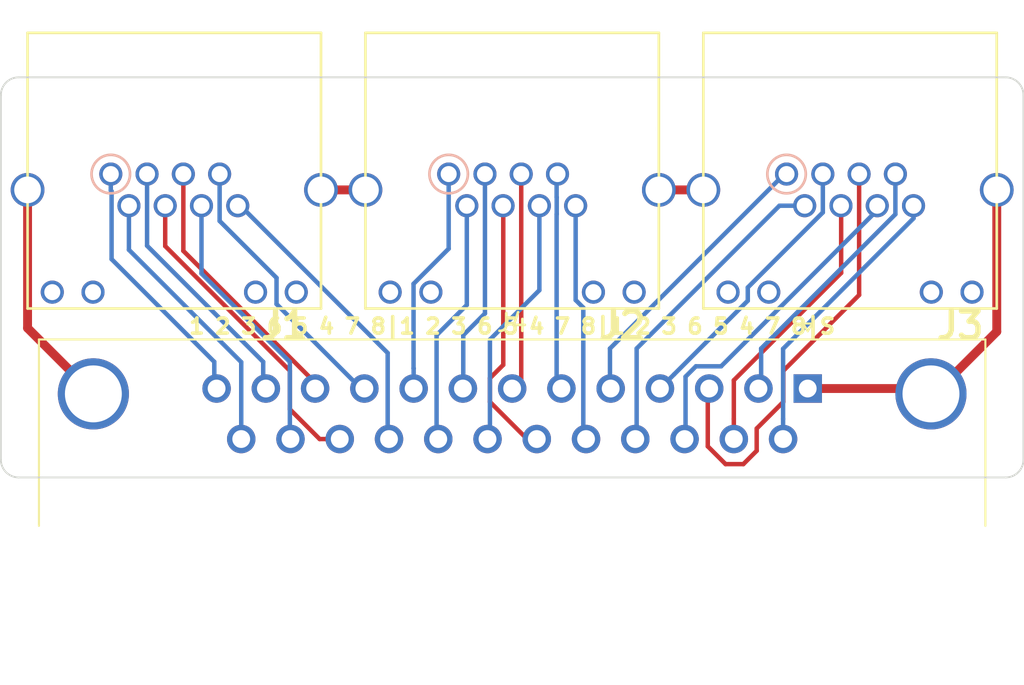
<source format=kicad_pcb>
(kicad_pcb (version 20171130) (host pcbnew "(5.1.4-0-10_14)")

  (general
    (thickness 1.6)
    (drawings 9)
    (tracks 121)
    (zones 0)
    (modules 4)
    (nets 26)
  )

  (page A4)
  (layers
    (0 F.Cu signal)
    (31 B.Cu signal)
    (32 B.Adhes user)
    (33 F.Adhes user)
    (34 B.Paste user)
    (35 F.Paste user)
    (36 B.SilkS user)
    (37 F.SilkS user)
    (38 B.Mask user)
    (39 F.Mask user)
    (40 Dwgs.User user)
    (41 Cmts.User user)
    (42 Eco1.User user)
    (43 Eco2.User user)
    (44 Edge.Cuts user)
    (45 Margin user)
    (46 B.CrtYd user)
    (47 F.CrtYd user)
    (48 B.Fab user)
    (49 F.Fab user)
  )

  (setup
    (last_trace_width 0.25)
    (trace_clearance 0.2)
    (zone_clearance 0.508)
    (zone_45_only no)
    (trace_min 0.2)
    (via_size 0.8)
    (via_drill 0.4)
    (via_min_size 0.4)
    (via_min_drill 0.3)
    (uvia_size 0.3)
    (uvia_drill 0.1)
    (uvias_allowed no)
    (uvia_min_size 0.2)
    (uvia_min_drill 0.1)
    (edge_width 0.1)
    (segment_width 0.2)
    (pcb_text_width 0.3)
    (pcb_text_size 1.5 1.5)
    (mod_edge_width 0.15)
    (mod_text_size 1 1)
    (mod_text_width 0.15)
    (pad_size 1.524 1.524)
    (pad_drill 0.762)
    (pad_to_mask_clearance 0)
    (aux_axis_origin 0 0)
    (visible_elements FFFFFF7F)
    (pcbplotparams
      (layerselection 0x010fc_ffffffff)
      (usegerberextensions false)
      (usegerberattributes false)
      (usegerberadvancedattributes false)
      (creategerberjobfile false)
      (excludeedgelayer true)
      (linewidth 0.100000)
      (plotframeref false)
      (viasonmask false)
      (mode 1)
      (useauxorigin false)
      (hpglpennumber 1)
      (hpglpenspeed 20)
      (hpglpendiameter 15.000000)
      (psnegative false)
      (psa4output false)
      (plotreference true)
      (plotvalue true)
      (plotinvisibletext false)
      (padsonsilk false)
      (subtractmaskfromsilk false)
      (outputformat 1)
      (mirror false)
      (drillshape 1)
      (scaleselection 1)
      (outputdirectory ""))
  )

  (net 0 "")
  (net 1 GNDA)
  (net 2 "Net-(J1-Pad1)")
  (net 3 "Net-(J1-Pad2)")
  (net 4 "Net-(J1-Pad3)")
  (net 5 "Net-(J1-Pad4)")
  (net 6 "Net-(J1-Pad5)")
  (net 7 "Net-(J1-Pad6)")
  (net 8 "Net-(J1-Pad7)")
  (net 9 "Net-(J1-Pad8)")
  (net 10 "Net-(J2-Pad1)")
  (net 11 "Net-(J2-Pad2)")
  (net 12 "Net-(J2-Pad3)")
  (net 13 "Net-(J2-Pad4)")
  (net 14 "Net-(J2-Pad5)")
  (net 15 "Net-(J2-Pad6)")
  (net 16 "Net-(J2-Pad7)")
  (net 17 "Net-(J2-Pad8)")
  (net 18 "Net-(J3-Pad1)")
  (net 19 "Net-(J3-Pad2)")
  (net 20 "Net-(J3-Pad3)")
  (net 21 "Net-(J3-Pad4)")
  (net 22 "Net-(J3-Pad5)")
  (net 23 "Net-(J3-Pad6)")
  (net 24 "Net-(J3-Pad7)")
  (net 25 "Net-(J3-Pad8)")

  (net_class Default "This is the default net class."
    (clearance 0.2)
    (trace_width 0.25)
    (via_dia 0.8)
    (via_drill 0.4)
    (uvia_dia 0.3)
    (uvia_drill 0.1)
    (add_net GNDA)
    (add_net "Net-(J1-Pad1)")
    (add_net "Net-(J1-Pad10)")
    (add_net "Net-(J1-Pad11)")
    (add_net "Net-(J1-Pad12)")
    (add_net "Net-(J1-Pad2)")
    (add_net "Net-(J1-Pad3)")
    (add_net "Net-(J1-Pad4)")
    (add_net "Net-(J1-Pad5)")
    (add_net "Net-(J1-Pad6)")
    (add_net "Net-(J1-Pad7)")
    (add_net "Net-(J1-Pad8)")
    (add_net "Net-(J1-Pad9)")
    (add_net "Net-(J2-Pad1)")
    (add_net "Net-(J2-Pad10)")
    (add_net "Net-(J2-Pad11)")
    (add_net "Net-(J2-Pad12)")
    (add_net "Net-(J2-Pad2)")
    (add_net "Net-(J2-Pad3)")
    (add_net "Net-(J2-Pad4)")
    (add_net "Net-(J2-Pad5)")
    (add_net "Net-(J2-Pad6)")
    (add_net "Net-(J2-Pad7)")
    (add_net "Net-(J2-Pad8)")
    (add_net "Net-(J2-Pad9)")
    (add_net "Net-(J3-Pad1)")
    (add_net "Net-(J3-Pad10)")
    (add_net "Net-(J3-Pad11)")
    (add_net "Net-(J3-Pad12)")
    (add_net "Net-(J3-Pad2)")
    (add_net "Net-(J3-Pad3)")
    (add_net "Net-(J3-Pad4)")
    (add_net "Net-(J3-Pad5)")
    (add_net "Net-(J3-Pad6)")
    (add_net "Net-(J3-Pad7)")
    (add_net "Net-(J3-Pad8)")
    (add_net "Net-(J3-Pad9)")
  )

  (module stmbl:DSUB-25_Female_Horizontal_P2.77x2.84mm_EdgePinOffset4.94mm_Housed_MountingHolesOffset7.48mm (layer F.Cu) (tedit 59FEDEE2) (tstamp 5DC498CE)
    (at 166.62 50)
    (descr "25-pin D-Sub connector, horizontal/angled (90 deg), THT-mount, female, pitch 2.77x2.84mm, pin-PCB-offset 4.9399999999999995mm, distance of mounting holes 47.1mm, distance of mounting holes to PCB edge 7.4799999999999995mm, see https://disti-assets.s3.amazonaws.com/tonar/files/datasheets/16730.pdf")
    (tags "25-pin D-Sub connector horizontal angled 90deg THT female pitch 2.77x2.84mm pin-PCB-offset 4.9399999999999995mm mounting-holes-distance 47.1mm mounting-hole-offset 47.1mm")
    (path /5E11025D)
    (fp_text reference J4 (at -16.62 -3.7) (layer F.SilkS)
      (effects (font (size 1 1) (thickness 0.15)))
    )
    (fp_text value DB25_Female_MountingHoles (at -16.62 15.85) (layer F.Fab)
      (effects (font (size 1 1) (thickness 0.15)))
    )
    (fp_text user %R (at -16.62 11.265) (layer F.Fab)
      (effects (font (size 1 1) (thickness 0.15)))
    )
    (fp_line (start 10.45 -3.25) (end -43.7 -3.25) (layer F.CrtYd) (width 0.05))
    (fp_line (start 10.45 14.85) (end 10.45 -3.25) (layer F.CrtYd) (width 0.05))
    (fp_line (start -43.7 14.85) (end 10.45 14.85) (layer F.CrtYd) (width 0.05))
    (fp_line (start -43.7 -3.25) (end -43.7 14.85) (layer F.CrtYd) (width 0.05))
    (fp_line (start 0 -3.221325) (end -0.25 -3.654338) (layer F.SilkS) (width 0.12))
    (fp_line (start 0.25 -3.654338) (end 0 -3.221325) (layer F.SilkS) (width 0.12))
    (fp_line (start -0.25 -3.654338) (end 0.25 -3.654338) (layer F.SilkS) (width 0.12))
    (fp_line (start 9.99 -2.76) (end 9.99 7.72) (layer F.SilkS) (width 0.12))
    (fp_line (start -43.23 -2.76) (end 9.99 -2.76) (layer F.SilkS) (width 0.12))
    (fp_line (start -43.23 7.72) (end -43.23 -2.76) (layer F.SilkS) (width 0.12))
    (fp_line (start 8.53 7.78) (end 8.53 0.3) (layer F.Fab) (width 0.1))
    (fp_line (start 5.33 7.78) (end 5.33 0.3) (layer F.Fab) (width 0.1))
    (fp_line (start -38.57 7.78) (end -38.57 0.3) (layer F.Fab) (width 0.1))
    (fp_line (start -41.77 7.78) (end -41.77 0.3) (layer F.Fab) (width 0.1))
    (fp_line (start 9.43 8.18) (end 4.43 8.18) (layer F.Fab) (width 0.1))
    (fp_line (start 9.43 13.18) (end 9.43 8.18) (layer F.Fab) (width 0.1))
    (fp_line (start 4.43 13.18) (end 9.43 13.18) (layer F.Fab) (width 0.1))
    (fp_line (start 4.43 8.18) (end 4.43 13.18) (layer F.Fab) (width 0.1))
    (fp_line (start -37.67 8.18) (end -42.67 8.18) (layer F.Fab) (width 0.1))
    (fp_line (start -37.67 13.18) (end -37.67 8.18) (layer F.Fab) (width 0.1))
    (fp_line (start -42.67 13.18) (end -37.67 13.18) (layer F.Fab) (width 0.1))
    (fp_line (start -42.67 8.18) (end -42.67 13.18) (layer F.Fab) (width 0.1))
    (fp_line (start 2.53 8.18) (end -35.77 8.18) (layer F.Fab) (width 0.1))
    (fp_line (start 2.53 14.35) (end 2.53 8.18) (layer F.Fab) (width 0.1))
    (fp_line (start -35.77 14.35) (end 2.53 14.35) (layer F.Fab) (width 0.1))
    (fp_line (start -35.77 8.18) (end -35.77 14.35) (layer F.Fab) (width 0.1))
    (fp_line (start 9.93 7.78) (end -43.17 7.78) (layer F.Fab) (width 0.1))
    (fp_line (start 9.93 8.18) (end 9.93 7.78) (layer F.Fab) (width 0.1))
    (fp_line (start -43.17 8.18) (end 9.93 8.18) (layer F.Fab) (width 0.1))
    (fp_line (start -43.17 7.78) (end -43.17 8.18) (layer F.Fab) (width 0.1))
    (fp_line (start 9.93 -2.7) (end -43.17 -2.7) (layer F.Fab) (width 0.1))
    (fp_line (start 9.93 7.78) (end 9.93 -2.7) (layer F.Fab) (width 0.1))
    (fp_line (start -43.17 7.78) (end 9.93 7.78) (layer F.Fab) (width 0.1))
    (fp_line (start -43.17 -2.7) (end -43.17 7.78) (layer F.Fab) (width 0.1))
    (fp_arc (start 6.93 0.3) (end 5.33 0.3) (angle 180) (layer F.Fab) (width 0.1))
    (fp_arc (start -40.17 0.3) (end -41.77 0.3) (angle 180) (layer F.Fab) (width 0.1))
    (pad 0 thru_hole circle (at 6.93 0.3) (size 4 4) (drill 3.2) (layers *.Cu *.Mask)
      (net 1 GNDA))
    (pad 0 thru_hole circle (at -40.17 0.3) (size 4 4) (drill 3.2) (layers *.Cu *.Mask)
      (net 1 GNDA))
    (pad 25 thru_hole circle (at -31.855 2.84) (size 1.6 1.6) (drill 1) (layers *.Cu *.Mask)
      (net 3 "Net-(J1-Pad2)"))
    (pad 24 thru_hole circle (at -29.085 2.84) (size 1.6 1.6) (drill 1) (layers *.Cu *.Mask)
      (net 7 "Net-(J1-Pad6)"))
    (pad 23 thru_hole circle (at -26.315 2.84) (size 1.6 1.6) (drill 1) (layers *.Cu *.Mask)
      (net 5 "Net-(J1-Pad4)"))
    (pad 22 thru_hole circle (at -23.545 2.84) (size 1.6 1.6) (drill 1) (layers *.Cu *.Mask)
      (net 9 "Net-(J1-Pad8)"))
    (pad 21 thru_hole circle (at -20.775 2.84) (size 1.6 1.6) (drill 1) (layers *.Cu *.Mask)
      (net 11 "Net-(J2-Pad2)"))
    (pad 20 thru_hole circle (at -18.005 2.84) (size 1.6 1.6) (drill 1) (layers *.Cu *.Mask)
      (net 15 "Net-(J2-Pad6)"))
    (pad 19 thru_hole circle (at -15.235 2.84) (size 1.6 1.6) (drill 1) (layers *.Cu *.Mask)
      (net 13 "Net-(J2-Pad4)"))
    (pad 18 thru_hole circle (at -12.465 2.84) (size 1.6 1.6) (drill 1) (layers *.Cu *.Mask)
      (net 17 "Net-(J2-Pad8)"))
    (pad 17 thru_hole circle (at -9.695 2.84) (size 1.6 1.6) (drill 1) (layers *.Cu *.Mask)
      (net 19 "Net-(J3-Pad2)"))
    (pad 16 thru_hole circle (at -6.925 2.84) (size 1.6 1.6) (drill 1) (layers *.Cu *.Mask)
      (net 23 "Net-(J3-Pad6)"))
    (pad 15 thru_hole circle (at -4.155 2.84) (size 1.6 1.6) (drill 1) (layers *.Cu *.Mask)
      (net 21 "Net-(J3-Pad4)"))
    (pad 14 thru_hole circle (at -1.385 2.84) (size 1.6 1.6) (drill 1) (layers *.Cu *.Mask)
      (net 25 "Net-(J3-Pad8)"))
    (pad 13 thru_hole circle (at -33.24 0) (size 1.6 1.6) (drill 1) (layers *.Cu *.Mask)
      (net 2 "Net-(J1-Pad1)"))
    (pad 12 thru_hole circle (at -30.47 0) (size 1.6 1.6) (drill 1) (layers *.Cu *.Mask)
      (net 4 "Net-(J1-Pad3)"))
    (pad 11 thru_hole circle (at -27.7 0) (size 1.6 1.6) (drill 1) (layers *.Cu *.Mask)
      (net 6 "Net-(J1-Pad5)"))
    (pad 10 thru_hole circle (at -24.93 0) (size 1.6 1.6) (drill 1) (layers *.Cu *.Mask)
      (net 8 "Net-(J1-Pad7)"))
    (pad 9 thru_hole circle (at -22.16 0) (size 1.6 1.6) (drill 1) (layers *.Cu *.Mask)
      (net 10 "Net-(J2-Pad1)"))
    (pad 8 thru_hole circle (at -19.39 0) (size 1.6 1.6) (drill 1) (layers *.Cu *.Mask)
      (net 12 "Net-(J2-Pad3)"))
    (pad 7 thru_hole circle (at -16.62 0) (size 1.6 1.6) (drill 1) (layers *.Cu *.Mask)
      (net 14 "Net-(J2-Pad5)"))
    (pad 6 thru_hole circle (at -13.85 0) (size 1.6 1.6) (drill 1) (layers *.Cu *.Mask)
      (net 16 "Net-(J2-Pad7)"))
    (pad 5 thru_hole circle (at -11.08 0) (size 1.6 1.6) (drill 1) (layers *.Cu *.Mask)
      (net 18 "Net-(J3-Pad1)"))
    (pad 4 thru_hole circle (at -8.31 0) (size 1.6 1.6) (drill 1) (layers *.Cu *.Mask)
      (net 20 "Net-(J3-Pad3)"))
    (pad 3 thru_hole circle (at -5.54 0) (size 1.6 1.6) (drill 1) (layers *.Cu *.Mask)
      (net 22 "Net-(J3-Pad5)"))
    (pad 2 thru_hole circle (at -2.77 0) (size 1.6 1.6) (drill 1) (layers *.Cu *.Mask)
      (net 24 "Net-(J3-Pad7)"))
    (pad 1 thru_hole rect (at 0 0) (size 1.6 1.6) (drill 1) (layers *.Cu *.Mask)
      (net 1 GNDA))
    (model ${KISYS3DMOD}/Connector_Dsub.3dshapes/DSUB-25_Female_Horizontal_P2.77x2.84mm_EdgePinOffset4.94mm_Housed_MountingHolesOffset7.48mm.wrl
      (at (xyz 0 0 0))
      (scale (xyz 1 1 1))
      (rotate (xyz 0 0 0))
    )
  )

  (module stmbl:RJ45_LED (layer F.Cu) (tedit 58E701F3) (tstamp 5DC49972)
    (at 169 30)
    (path /5E13557F)
    (fp_text reference J3 (at 6.194 16.462) (layer F.SilkS)
      (effects (font (size 1.5 1.5) (thickness 0.3)))
    )
    (fp_text value RJ45_LED (at -5 -1) (layer F.Fab)
      (effects (font (size 1 1) (thickness 0.15)))
    )
    (fp_line (start 8.25 0) (end -8.25 0) (layer F.SilkS) (width 0.15))
    (fp_line (start -8.25 0) (end -8.25 15.5) (layer F.SilkS) (width 0.15))
    (fp_line (start -8.25 15.5) (end 8.25 15.5) (layer F.SilkS) (width 0.15))
    (fp_line (start 8.25 15.5) (end 8.25 0) (layer F.SilkS) (width 0.15))
    (fp_circle (center -3.57 7.94) (end -3.556 6.858) (layer B.SilkS) (width 0.15))
    (pad "" np_thru_hole circle (at 6.35 5.4) (size 3.1 3.1) (drill 3.1) (layers *.Cu *.Mask)
      (clearance 0.5))
    (pad "" np_thru_hole circle (at -6.35 5.4) (size 3.1 3.1) (drill 3.1) (layers *.Cu *.Mask)
      (clearance 0.5))
    (pad 13 thru_hole circle (at 8.25 8.83) (size 1.9 1.9) (drill 1.5) (layers *.Cu *.Mask)
      (net 1 GNDA))
    (pad 13 thru_hole circle (at -8.25 8.83) (size 1.9 1.9) (drill 1.5) (layers *.Cu *.Mask)
      (net 1 GNDA))
    (pad 1 thru_hole circle (at -3.57 7.94) (size 1.3 1.3) (drill 0.9) (layers *.Cu *.Mask)
      (net 18 "Net-(J3-Pad1)"))
    (pad 2 thru_hole circle (at -2.55 9.72) (size 1.3 1.3) (drill 0.9) (layers *.Cu *.Mask)
      (net 19 "Net-(J3-Pad2)"))
    (pad 3 thru_hole circle (at -1.53 7.94) (size 1.3 1.3) (drill 0.9) (layers *.Cu *.Mask)
      (net 20 "Net-(J3-Pad3)"))
    (pad 4 thru_hole circle (at -0.51 9.72) (size 1.3 1.3) (drill 0.9) (layers *.Cu *.Mask)
      (net 21 "Net-(J3-Pad4)"))
    (pad 5 thru_hole circle (at 0.51 7.94) (size 1.3 1.3) (drill 0.9) (layers *.Cu *.Mask)
      (net 22 "Net-(J3-Pad5)"))
    (pad 6 thru_hole circle (at 1.53 9.72) (size 1.3 1.3) (drill 0.9) (layers *.Cu *.Mask)
      (net 23 "Net-(J3-Pad6)"))
    (pad 7 thru_hole circle (at 2.55 7.94) (size 1.3 1.3) (drill 0.9) (layers *.Cu *.Mask)
      (net 24 "Net-(J3-Pad7)"))
    (pad 8 thru_hole circle (at 3.57 9.72) (size 1.3 1.3) (drill 0.9) (layers *.Cu *.Mask)
      (net 25 "Net-(J3-Pad8)"))
    (pad 10 thru_hole circle (at 6.86 14.58) (size 1.3 1.3) (drill 0.9) (layers *.Cu *.Mask))
    (pad 9 thru_hole circle (at 4.57 14.58) (size 1.3 1.3) (drill 0.9) (layers *.Cu *.Mask))
    (pad 12 thru_hole circle (at -4.57 14.58) (size 1.3 1.3) (drill 0.9) (layers *.Cu *.Mask))
    (pad 11 thru_hole circle (at -6.86 14.58) (size 1.3 1.3) (drill 0.9) (layers *.Cu *.Mask))
    (model ${KIPRJMOD}/../lib/stmbl.pretty/RIA_AJT10L8813-011.wrl
      (at (xyz 0 0 0))
      (scale (xyz 393.7 393.7 393.7))
      (rotate (xyz -90 0 180))
    )
  )

  (module stmbl:RJ45_LED (layer F.Cu) (tedit 58E701F3) (tstamp 5DC4B9A8)
    (at 150 30)
    (path /5E124E4A)
    (fp_text reference J2 (at 6.194 16.462) (layer F.SilkS)
      (effects (font (size 1.5 1.5) (thickness 0.3)))
    )
    (fp_text value RJ45_LED (at -5 -1) (layer F.Fab)
      (effects (font (size 1 1) (thickness 0.15)))
    )
    (fp_line (start 8.25 0) (end -8.25 0) (layer F.SilkS) (width 0.15))
    (fp_line (start -8.25 0) (end -8.25 15.5) (layer F.SilkS) (width 0.15))
    (fp_line (start -8.25 15.5) (end 8.25 15.5) (layer F.SilkS) (width 0.15))
    (fp_line (start 8.25 15.5) (end 8.25 0) (layer F.SilkS) (width 0.15))
    (fp_circle (center -3.57 7.94) (end -3.556 6.858) (layer B.SilkS) (width 0.15))
    (pad "" np_thru_hole circle (at 6.35 5.4) (size 3.1 3.1) (drill 3.1) (layers *.Cu *.Mask)
      (clearance 0.5))
    (pad "" np_thru_hole circle (at -6.35 5.4) (size 3.1 3.1) (drill 3.1) (layers *.Cu *.Mask)
      (clearance 0.5))
    (pad 13 thru_hole circle (at 8.25 8.83) (size 1.9 1.9) (drill 1.5) (layers *.Cu *.Mask)
      (net 1 GNDA))
    (pad 13 thru_hole circle (at -8.25 8.83) (size 1.9 1.9) (drill 1.5) (layers *.Cu *.Mask)
      (net 1 GNDA))
    (pad 1 thru_hole circle (at -3.57 7.94) (size 1.3 1.3) (drill 0.9) (layers *.Cu *.Mask)
      (net 10 "Net-(J2-Pad1)"))
    (pad 2 thru_hole circle (at -2.55 9.72) (size 1.3 1.3) (drill 0.9) (layers *.Cu *.Mask)
      (net 11 "Net-(J2-Pad2)"))
    (pad 3 thru_hole circle (at -1.53 7.94) (size 1.3 1.3) (drill 0.9) (layers *.Cu *.Mask)
      (net 12 "Net-(J2-Pad3)"))
    (pad 4 thru_hole circle (at -0.51 9.72) (size 1.3 1.3) (drill 0.9) (layers *.Cu *.Mask)
      (net 13 "Net-(J2-Pad4)"))
    (pad 5 thru_hole circle (at 0.51 7.94) (size 1.3 1.3) (drill 0.9) (layers *.Cu *.Mask)
      (net 14 "Net-(J2-Pad5)"))
    (pad 6 thru_hole circle (at 1.53 9.72) (size 1.3 1.3) (drill 0.9) (layers *.Cu *.Mask)
      (net 15 "Net-(J2-Pad6)"))
    (pad 7 thru_hole circle (at 2.55 7.94) (size 1.3 1.3) (drill 0.9) (layers *.Cu *.Mask)
      (net 16 "Net-(J2-Pad7)"))
    (pad 8 thru_hole circle (at 3.57 9.72) (size 1.3 1.3) (drill 0.9) (layers *.Cu *.Mask)
      (net 17 "Net-(J2-Pad8)"))
    (pad 10 thru_hole circle (at 6.86 14.58) (size 1.3 1.3) (drill 0.9) (layers *.Cu *.Mask))
    (pad 9 thru_hole circle (at 4.57 14.58) (size 1.3 1.3) (drill 0.9) (layers *.Cu *.Mask))
    (pad 12 thru_hole circle (at -4.57 14.58) (size 1.3 1.3) (drill 0.9) (layers *.Cu *.Mask))
    (pad 11 thru_hole circle (at -6.86 14.58) (size 1.3 1.3) (drill 0.9) (layers *.Cu *.Mask))
    (model ${KIPRJMOD}/../lib/stmbl.pretty/RIA_AJT10L8813-011.wrl
      (at (xyz 0 0 0))
      (scale (xyz 393.7 393.7 393.7))
      (rotate (xyz -90 0 180))
    )
  )

  (module stmbl:RJ45_LED (layer F.Cu) (tedit 58E701F3) (tstamp 5DC49A02)
    (at 131 30)
    (path /5E115912)
    (fp_text reference J1 (at 6.194 16.462) (layer F.SilkS)
      (effects (font (size 1.5 1.5) (thickness 0.3)))
    )
    (fp_text value RJ45_LED (at -5 -1) (layer F.Fab)
      (effects (font (size 1 1) (thickness 0.15)))
    )
    (fp_line (start 8.25 0) (end -8.25 0) (layer F.SilkS) (width 0.15))
    (fp_line (start -8.25 0) (end -8.25 15.5) (layer F.SilkS) (width 0.15))
    (fp_line (start -8.25 15.5) (end 8.25 15.5) (layer F.SilkS) (width 0.15))
    (fp_line (start 8.25 15.5) (end 8.25 0) (layer F.SilkS) (width 0.15))
    (fp_circle (center -3.57 7.94) (end -3.556 6.858) (layer B.SilkS) (width 0.15))
    (pad "" np_thru_hole circle (at 6.35 5.4) (size 3.1 3.1) (drill 3.1) (layers *.Cu *.Mask)
      (clearance 0.5))
    (pad "" np_thru_hole circle (at -6.35 5.4) (size 3.1 3.1) (drill 3.1) (layers *.Cu *.Mask)
      (clearance 0.5))
    (pad 13 thru_hole circle (at 8.25 8.83) (size 1.9 1.9) (drill 1.5) (layers *.Cu *.Mask)
      (net 1 GNDA))
    (pad 13 thru_hole circle (at -8.25 8.83) (size 1.9 1.9) (drill 1.5) (layers *.Cu *.Mask)
      (net 1 GNDA))
    (pad 1 thru_hole circle (at -3.57 7.94) (size 1.3 1.3) (drill 0.9) (layers *.Cu *.Mask)
      (net 2 "Net-(J1-Pad1)"))
    (pad 2 thru_hole circle (at -2.55 9.72) (size 1.3 1.3) (drill 0.9) (layers *.Cu *.Mask)
      (net 3 "Net-(J1-Pad2)"))
    (pad 3 thru_hole circle (at -1.53 7.94) (size 1.3 1.3) (drill 0.9) (layers *.Cu *.Mask)
      (net 4 "Net-(J1-Pad3)"))
    (pad 4 thru_hole circle (at -0.51 9.72) (size 1.3 1.3) (drill 0.9) (layers *.Cu *.Mask)
      (net 5 "Net-(J1-Pad4)"))
    (pad 5 thru_hole circle (at 0.51 7.94) (size 1.3 1.3) (drill 0.9) (layers *.Cu *.Mask)
      (net 6 "Net-(J1-Pad5)"))
    (pad 6 thru_hole circle (at 1.53 9.72) (size 1.3 1.3) (drill 0.9) (layers *.Cu *.Mask)
      (net 7 "Net-(J1-Pad6)"))
    (pad 7 thru_hole circle (at 2.55 7.94) (size 1.3 1.3) (drill 0.9) (layers *.Cu *.Mask)
      (net 8 "Net-(J1-Pad7)"))
    (pad 8 thru_hole circle (at 3.57 9.72) (size 1.3 1.3) (drill 0.9) (layers *.Cu *.Mask)
      (net 9 "Net-(J1-Pad8)"))
    (pad 10 thru_hole circle (at 6.86 14.58) (size 1.3 1.3) (drill 0.9) (layers *.Cu *.Mask))
    (pad 9 thru_hole circle (at 4.57 14.58) (size 1.3 1.3) (drill 0.9) (layers *.Cu *.Mask))
    (pad 12 thru_hole circle (at -4.57 14.58) (size 1.3 1.3) (drill 0.9) (layers *.Cu *.Mask))
    (pad 11 thru_hole circle (at -6.86 14.58) (size 1.3 1.3) (drill 0.9) (layers *.Cu *.Mask))
    (model ${KIPRJMOD}/../lib/stmbl.pretty/RIA_AJT10L8813-011.wrl
      (at (xyz 0 0 0))
      (scale (xyz 393.7 393.7 393.7))
      (rotate (xyz -90 0 180))
    )
  )

  (gr_text "1 2 3 6 5 4 7 8|1 2 3 6 5 4 7 8|1 2 3 6 5 4 7 8|S" (at 150 46.5) (layer F.SilkS)
    (effects (font (size 0.85 0.85) (thickness 0.2)))
  )
  (gr_arc (start 177.75 54) (end 177.75 55) (angle -90) (layer Edge.Cuts) (width 0.1) (tstamp 5DC4B83D))
  (gr_arc (start 177.75 33.5) (end 178.75 33.5) (angle -90) (layer Edge.Cuts) (width 0.1) (tstamp 5DC4B831))
  (gr_arc (start 122.25 54) (end 121.25 54) (angle -90) (layer Edge.Cuts) (width 0.1) (tstamp 5DC4B829))
  (gr_arc (start 122.25 33.5) (end 122.25 32.5) (angle -90) (layer Edge.Cuts) (width 0.1))
  (gr_line (start 177.75 32.5) (end 122.25 32.5) (layer Edge.Cuts) (width 0.1) (tstamp 5DC4B821))
  (gr_line (start 178.75 54) (end 178.75 33.5) (layer Edge.Cuts) (width 0.1))
  (gr_line (start 122.25 55) (end 177.75 55) (layer Edge.Cuts) (width 0.1))
  (gr_line (start 121.25 33.5) (end 121.25 54) (layer Edge.Cuts) (width 0.1))

  (segment (start 173.25 50) (end 173.55 50.3) (width 0.5) (layer F.Cu) (net 1))
  (segment (start 166.62 50) (end 173.25 50) (width 0.5) (layer F.Cu) (net 1))
  (segment (start 173.75 50.3) (end 173.55 50.3) (width 0.5) (layer F.Cu) (net 1))
  (segment (start 177.25 46.8) (end 173.75 50.3) (width 0.5) (layer F.Cu) (net 1))
  (segment (start 177.25 38.83) (end 177.25 46.8) (width 0.5) (layer F.Cu) (net 1))
  (segment (start 160.75 38.83) (end 158.25 38.83) (width 0.5) (layer F.Cu) (net 1))
  (segment (start 141.75 38.83) (end 139.25 38.83) (width 0.5) (layer F.Cu) (net 1))
  (segment (start 122.75 46.6) (end 126.45 50.3) (width 0.5) (layer F.Cu) (net 1))
  (segment (start 122.75 38.83) (end 122.75 46.6) (width 0.5) (layer F.Cu) (net 1))
  (segment (start 133.25 49.87) (end 133.38 50) (width 0.25) (layer B.Cu) (net 2))
  (segment (start 127.474999 42.724999) (end 133.25 48.5) (width 0.25) (layer B.Cu) (net 2))
  (segment (start 133.25 48.5) (end 133.25 49.87) (width 0.25) (layer B.Cu) (net 2))
  (segment (start 127.474999 38.904237) (end 127.474999 42.724999) (width 0.25) (layer B.Cu) (net 2))
  (segment (start 127.43 38.859238) (end 127.474999 38.904237) (width 0.25) (layer B.Cu) (net 2))
  (segment (start 127.43 37.94) (end 127.43 38.859238) (width 0.25) (layer B.Cu) (net 2))
  (segment (start 134.765 48.515) (end 134.765 52.84) (width 0.25) (layer B.Cu) (net 3))
  (segment (start 128.45 42.2) (end 134.765 48.515) (width 0.25) (layer B.Cu) (net 3))
  (segment (start 128.45 39.72) (end 128.45 42.2) (width 0.25) (layer B.Cu) (net 3))
  (segment (start 136 49.85) (end 136.15 50) (width 0.25) (layer B.Cu) (net 4))
  (segment (start 136 48.5) (end 136 49.85) (width 0.25) (layer B.Cu) (net 4))
  (segment (start 129.47 41.97) (end 136 48.5) (width 0.25) (layer B.Cu) (net 4))
  (segment (start 129.47 37.94) (end 129.47 41.97) (width 0.25) (layer B.Cu) (net 4))
  (segment (start 137.5 49) (end 137.5 51.16637) (width 0.25) (layer F.Cu) (net 5))
  (segment (start 130.49 41.99) (end 137.5 49) (width 0.25) (layer F.Cu) (net 5))
  (segment (start 139.17363 52.84) (end 140.305 52.84) (width 0.25) (layer F.Cu) (net 5))
  (segment (start 137.5 51.16637) (end 139.17363 52.84) (width 0.25) (layer F.Cu) (net 5))
  (segment (start 130.49 39.72) (end 130.49 41.99) (width 0.25) (layer F.Cu) (net 5))
  (segment (start 138.92 49.67) (end 138.92 50) (width 0.25) (layer F.Cu) (net 6))
  (segment (start 131.51 42.26) (end 138.92 49.67) (width 0.25) (layer F.Cu) (net 6))
  (segment (start 131.51 37.94) (end 131.51 42.26) (width 0.25) (layer F.Cu) (net 6))
  (segment (start 137.5 52.805) (end 137.535 52.84) (width 0.25) (layer B.Cu) (net 7))
  (segment (start 132.53 43.53) (end 137.5 48.5) (width 0.25) (layer B.Cu) (net 7))
  (segment (start 137.5 48.5) (end 137.5 52.805) (width 0.25) (layer B.Cu) (net 7))
  (segment (start 132.53 39.72) (end 132.53 43.53) (width 0.25) (layer B.Cu) (net 7))
  (segment (start 141.5 50) (end 141.69 50) (width 0.25) (layer B.Cu) (net 8))
  (segment (start 136.75 45.25) (end 141.5 50) (width 0.25) (layer B.Cu) (net 8))
  (segment (start 133.55 40.576795) (end 136.75 43.776795) (width 0.25) (layer B.Cu) (net 8))
  (segment (start 136.75 43.776795) (end 136.75 45.25) (width 0.25) (layer B.Cu) (net 8))
  (segment (start 133.55 37.94) (end 133.55 40.576795) (width 0.25) (layer B.Cu) (net 8))
  (segment (start 143 48) (end 143 52.765) (width 0.25) (layer B.Cu) (net 9))
  (segment (start 134.72 39.72) (end 143 48) (width 0.25) (layer B.Cu) (net 9))
  (segment (start 143 52.765) (end 143.075 52.84) (width 0.25) (layer B.Cu) (net 9))
  (segment (start 134.57 39.72) (end 134.72 39.72) (width 0.25) (layer B.Cu) (net 9))
  (segment (start 144.46 48.86863) (end 144.46 50) (width 0.25) (layer B.Cu) (net 10))
  (segment (start 144.454999 44.111999) (end 144.454999 48.863629) (width 0.25) (layer B.Cu) (net 10))
  (segment (start 144.454999 48.863629) (end 144.46 48.86863) (width 0.25) (layer B.Cu) (net 10))
  (segment (start 146.43 42.136998) (end 144.454999 44.111999) (width 0.25) (layer B.Cu) (net 10))
  (segment (start 146.43 37.94) (end 146.43 42.136998) (width 0.25) (layer B.Cu) (net 10))
  (segment (start 145.75 52.745) (end 145.845 52.84) (width 0.25) (layer B.Cu) (net 11))
  (segment (start 145.75 47) (end 145.75 52.745) (width 0.25) (layer B.Cu) (net 11))
  (segment (start 147.45 45.3) (end 145.75 47) (width 0.25) (layer B.Cu) (net 11))
  (segment (start 147.45 39.72) (end 147.45 45.3) (width 0.25) (layer B.Cu) (net 11))
  (segment (start 147.25 49.98) (end 147.23 50) (width 0.25) (layer B.Cu) (net 12))
  (segment (start 148.47 45.78) (end 147.25 47) (width 0.25) (layer B.Cu) (net 12))
  (segment (start 147.25 47) (end 147.25 49.98) (width 0.25) (layer B.Cu) (net 12))
  (segment (start 148.47 37.94) (end 148.47 45.78) (width 0.25) (layer B.Cu) (net 12))
  (segment (start 150.84 52.84) (end 151.385 52.84) (width 0.25) (layer F.Cu) (net 13))
  (segment (start 149.49 39.72) (end 149.5 39.73) (width 0.25) (layer F.Cu) (net 13))
  (segment (start 149.5 48.667499) (end 148.75 49.417499) (width 0.25) (layer F.Cu) (net 13))
  (segment (start 149.5 39.73) (end 149.5 48.667499) (width 0.25) (layer F.Cu) (net 13))
  (segment (start 148.75 50.75) (end 150.84 52.84) (width 0.25) (layer F.Cu) (net 13))
  (segment (start 148.75 49.417499) (end 148.75 50.75) (width 0.25) (layer F.Cu) (net 13))
  (segment (start 150.51 49.49) (end 150 50) (width 0.25) (layer F.Cu) (net 14))
  (segment (start 150.51 37.94) (end 150.51 49.49) (width 0.25) (layer F.Cu) (net 14))
  (segment (start 148.75 52.705) (end 148.615 52.84) (width 0.25) (layer B.Cu) (net 15))
  (segment (start 148.75 47.25) (end 148.75 52.705) (width 0.25) (layer B.Cu) (net 15))
  (segment (start 151.53 44.47) (end 148.75 47.25) (width 0.25) (layer B.Cu) (net 15))
  (segment (start 151.53 39.72) (end 151.53 44.47) (width 0.25) (layer B.Cu) (net 15))
  (segment (start 152.5 49.73) (end 152.77 50) (width 0.25) (layer B.Cu) (net 16))
  (segment (start 152.5 40.193002) (end 152.5 49.73) (width 0.25) (layer B.Cu) (net 16))
  (segment (start 152.505001 40.188001) (end 152.5 40.193002) (width 0.25) (layer B.Cu) (net 16))
  (segment (start 152.505001 39.251999) (end 152.505001 40.188001) (width 0.25) (layer B.Cu) (net 16))
  (segment (start 152.5 39.246998) (end 152.505001 39.251999) (width 0.25) (layer B.Cu) (net 16))
  (segment (start 152.5 37.99) (end 152.5 39.246998) (width 0.25) (layer B.Cu) (net 16))
  (segment (start 152.55 37.94) (end 152.5 37.99) (width 0.25) (layer B.Cu) (net 16))
  (segment (start 154 52.685) (end 154.155 52.84) (width 0.25) (layer B.Cu) (net 17))
  (segment (start 154 45.453002) (end 154 52.685) (width 0.25) (layer B.Cu) (net 17))
  (segment (start 153.57 45.023002) (end 154 45.453002) (width 0.25) (layer B.Cu) (net 17))
  (segment (start 153.57 39.72) (end 153.57 45.023002) (width 0.25) (layer B.Cu) (net 17))
  (segment (start 155.5 47.75) (end 155.5 49.96) (width 0.25) (layer B.Cu) (net 18))
  (segment (start 165.31 37.94) (end 155.5 47.75) (width 0.25) (layer B.Cu) (net 18))
  (segment (start 155.5 49.96) (end 155.54 50) (width 0.25) (layer B.Cu) (net 18))
  (segment (start 165.43 37.94) (end 165.31 37.94) (width 0.25) (layer B.Cu) (net 18))
  (segment (start 157 52.765) (end 156.925 52.84) (width 0.25) (layer B.Cu) (net 19))
  (segment (start 157 47.75) (end 157 52.765) (width 0.25) (layer B.Cu) (net 19))
  (segment (start 165.03 39.72) (end 157 47.75) (width 0.25) (layer B.Cu) (net 19))
  (segment (start 166.45 39.72) (end 165.03 39.72) (width 0.25) (layer B.Cu) (net 19))
  (segment (start 159.109999 49.200001) (end 158.31 50) (width 0.25) (layer B.Cu) (net 20))
  (segment (start 163.25 45.06) (end 159.109999 49.200001) (width 0.25) (layer B.Cu) (net 20))
  (segment (start 163.25 44.316998) (end 163.25 45.06) (width 0.25) (layer B.Cu) (net 20))
  (segment (start 167.47 40.096998) (end 163.25 44.316998) (width 0.25) (layer B.Cu) (net 20))
  (segment (start 167.47 37.94) (end 167.47 40.096998) (width 0.25) (layer B.Cu) (net 20))
  (segment (start 162.465 51.70863) (end 162.465 52.84) (width 0.25) (layer F.Cu) (net 21))
  (segment (start 168.5 43.5) (end 162.465 49.535) (width 0.25) (layer F.Cu) (net 21))
  (segment (start 168.5 39.73) (end 168.5 43.5) (width 0.25) (layer F.Cu) (net 21))
  (segment (start 162.465 49.535) (end 162.465 51.70863) (width 0.25) (layer F.Cu) (net 21))
  (segment (start 168.49 39.72) (end 168.5 39.73) (width 0.25) (layer F.Cu) (net 21))
  (segment (start 161 53.25) (end 161 50.08) (width 0.25) (layer F.Cu) (net 22))
  (segment (start 162 54.25) (end 161 53.25) (width 0.25) (layer F.Cu) (net 22))
  (segment (start 161 50.08) (end 161.08 50) (width 0.25) (layer F.Cu) (net 22))
  (segment (start 165.25 50.75) (end 163.75 52.25) (width 0.25) (layer F.Cu) (net 22))
  (segment (start 165.25 49) (end 165.25 50.75) (width 0.25) (layer F.Cu) (net 22))
  (segment (start 169.51 44.74) (end 165.25 49) (width 0.25) (layer F.Cu) (net 22))
  (segment (start 163.75 53.5) (end 163 54.25) (width 0.25) (layer F.Cu) (net 22))
  (segment (start 163.75 52.25) (end 163.75 53.5) (width 0.25) (layer F.Cu) (net 22))
  (segment (start 163 54.25) (end 162 54.25) (width 0.25) (layer F.Cu) (net 22))
  (segment (start 169.51 37.94) (end 169.51 44.74) (width 0.25) (layer F.Cu) (net 22))
  (segment (start 159.75 49.332499) (end 159.75 52.785) (width 0.25) (layer B.Cu) (net 23))
  (segment (start 159.75 52.785) (end 159.695 52.84) (width 0.25) (layer B.Cu) (net 23))
  (segment (start 170.53 39.72) (end 170.53 39.97) (width 0.25) (layer B.Cu) (net 23))
  (segment (start 160.332499 48.75) (end 159.75 49.332499) (width 0.25) (layer B.Cu) (net 23))
  (segment (start 161.75 48.75) (end 160.332499 48.75) (width 0.25) (layer B.Cu) (net 23))
  (segment (start 170.53 39.97) (end 161.75 48.75) (width 0.25) (layer B.Cu) (net 23))
  (segment (start 164 47.75) (end 164 49.85) (width 0.25) (layer B.Cu) (net 24))
  (segment (start 164 49.85) (end 163.85 50) (width 0.25) (layer B.Cu) (net 24))
  (segment (start 171.55 40.2) (end 164 47.75) (width 0.25) (layer B.Cu) (net 24))
  (segment (start 171.55 37.94) (end 171.55 40.2) (width 0.25) (layer B.Cu) (net 24))
  (segment (start 165.235 51.70863) (end 165.235 52.84) (width 0.25) (layer B.Cu) (net 25))
  (segment (start 165.235 47.765) (end 165.235 51.70863) (width 0.25) (layer B.Cu) (net 25))
  (segment (start 172.57 40.43) (end 165.235 47.765) (width 0.25) (layer B.Cu) (net 25))
  (segment (start 172.57 39.72) (end 172.57 40.43) (width 0.25) (layer B.Cu) (net 25))

)

</source>
